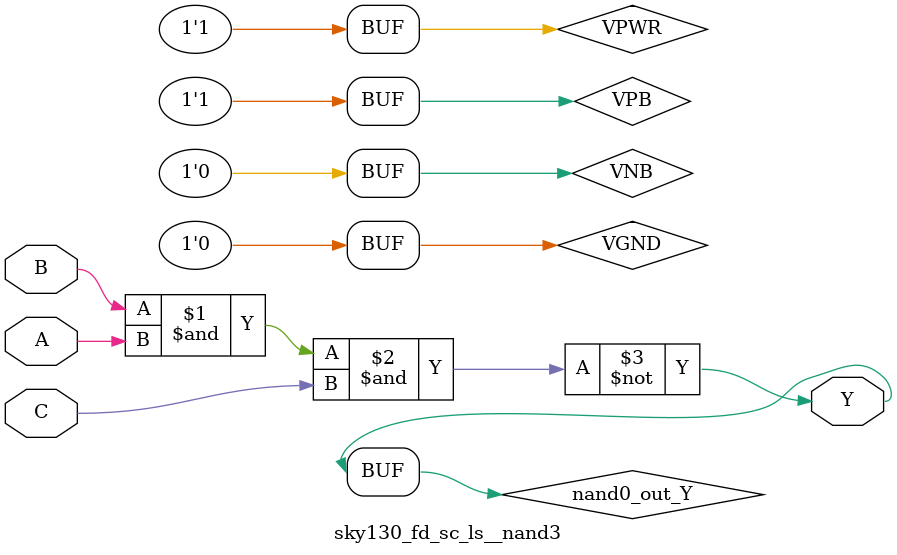
<source format=v>
/*
 * Copyright 2020 The SkyWater PDK Authors
 *
 * Licensed under the Apache License, Version 2.0 (the "License");
 * you may not use this file except in compliance with the License.
 * You may obtain a copy of the License at
 *
 *     https://www.apache.org/licenses/LICENSE-2.0
 *
 * Unless required by applicable law or agreed to in writing, software
 * distributed under the License is distributed on an "AS IS" BASIS,
 * WITHOUT WARRANTIES OR CONDITIONS OF ANY KIND, either express or implied.
 * See the License for the specific language governing permissions and
 * limitations under the License.
 *
 * SPDX-License-Identifier: Apache-2.0
*/


`ifndef SKY130_FD_SC_LS__NAND3_BEHAVIORAL_V
`define SKY130_FD_SC_LS__NAND3_BEHAVIORAL_V

/**
 * nand3: 3-input NAND.
 *
 * Verilog simulation functional model.
 */

`timescale 1ns / 1ps
`default_nettype none

`celldefine
module sky130_fd_sc_ls__nand3 (
    Y,
    A,
    B,
    C
);

    // Module ports
    output Y;
    input  A;
    input  B;
    input  C;

    // Module supplies
    supply1 VPWR;
    supply0 VGND;
    supply1 VPB ;
    supply0 VNB ;

    // Local signals
    wire nand0_out_Y;

    //   Name   Output       Other arguments
    nand nand0 (nand0_out_Y, B, A, C        );
    buf  buf0  (Y          , nand0_out_Y    );

endmodule
`endcelldefine

`default_nettype wire
`endif  // SKY130_FD_SC_LS__NAND3_BEHAVIORAL_V
</source>
